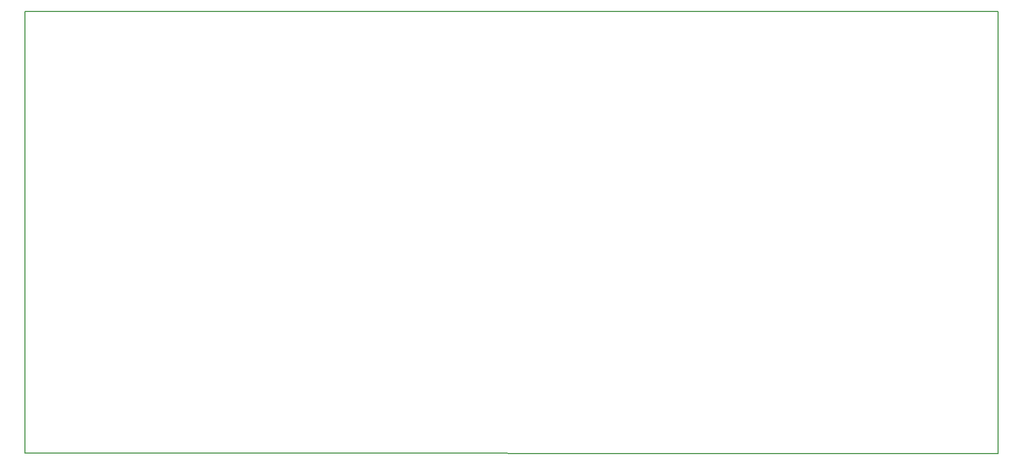
<source format=gm1>
G04 #@! TF.GenerationSoftware,KiCad,Pcbnew,(2017-08-27 revision e3c64f1f0)-makepkg*
G04 #@! TF.CreationDate,2017-09-07T11:52:54+02:00*
G04 #@! TF.ProjectId,Breakout-Platine-Cube,427265616B6F75742D506C6174696E65,rev?*
G04 #@! TF.SameCoordinates,Original*
G04 #@! TF.FileFunction,Profile,NP*
%FSLAX46Y46*%
G04 Gerber Fmt 4.6, Leading zero omitted, Abs format (unit mm)*
G04 Created by KiCad (PCBNEW (2017-08-27 revision e3c64f1f0)-makepkg) date 09/07/17 11:52:54*
%MOMM*%
%LPD*%
G01*
G04 APERTURE LIST*
%ADD10C,0.150000*%
G04 APERTURE END LIST*
D10*
X162000000Y-86400000D02*
X162000000Y-158300000D01*
X320600000Y-86400000D02*
X162000000Y-86400000D01*
X320600000Y-158400000D02*
X320600000Y-86400000D01*
X162000000Y-158300000D02*
X320600000Y-158400000D01*
M02*

</source>
